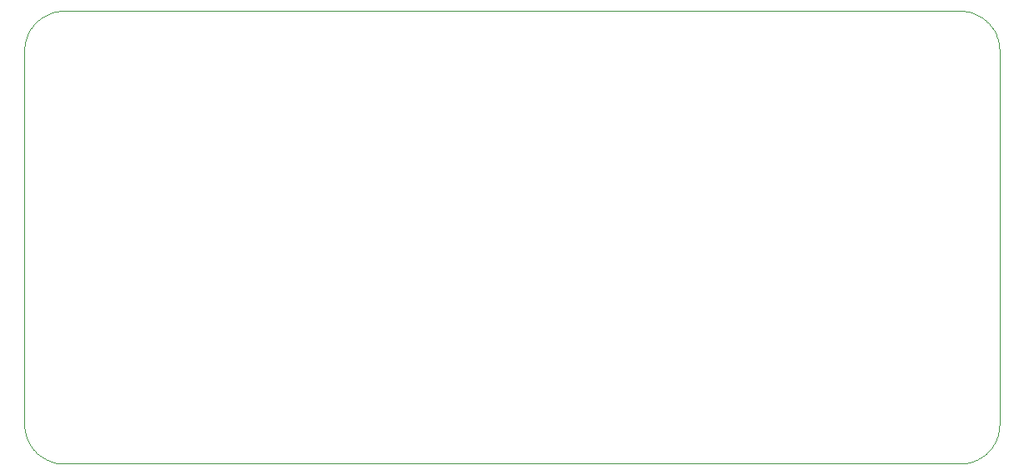
<source format=gko>
G75*
%MOIN*%
%OFA0B0*%
%FSLAX25Y25*%
%IPPOS*%
%LPD*%
%AMOC8*
5,1,8,0,0,1.08239X$1,22.5*
%
%ADD10C,0.00000*%
D10*
X0032345Y0001500D02*
X0390613Y0001500D01*
X0390994Y0001505D01*
X0391374Y0001518D01*
X0391754Y0001541D01*
X0392133Y0001574D01*
X0392511Y0001615D01*
X0392888Y0001665D01*
X0393264Y0001725D01*
X0393639Y0001793D01*
X0394011Y0001871D01*
X0394382Y0001958D01*
X0394750Y0002053D01*
X0395116Y0002158D01*
X0395479Y0002271D01*
X0395840Y0002393D01*
X0396197Y0002523D01*
X0396551Y0002663D01*
X0396902Y0002810D01*
X0397249Y0002967D01*
X0397592Y0003131D01*
X0397931Y0003304D01*
X0398266Y0003485D01*
X0398597Y0003674D01*
X0398922Y0003871D01*
X0399243Y0004075D01*
X0399559Y0004288D01*
X0399869Y0004508D01*
X0400175Y0004735D01*
X0400474Y0004970D01*
X0400768Y0005212D01*
X0401056Y0005460D01*
X0401338Y0005716D01*
X0401613Y0005979D01*
X0401882Y0006248D01*
X0402145Y0006523D01*
X0402401Y0006805D01*
X0402649Y0007093D01*
X0402891Y0007387D01*
X0403126Y0007686D01*
X0403353Y0007992D01*
X0403573Y0008302D01*
X0403786Y0008618D01*
X0403990Y0008939D01*
X0404187Y0009264D01*
X0404376Y0009595D01*
X0404557Y0009930D01*
X0404730Y0010269D01*
X0404894Y0010612D01*
X0405051Y0010959D01*
X0405198Y0011310D01*
X0405338Y0011664D01*
X0405468Y0012021D01*
X0405590Y0012382D01*
X0405703Y0012745D01*
X0405808Y0013111D01*
X0405903Y0013479D01*
X0405990Y0013850D01*
X0406068Y0014222D01*
X0406136Y0014597D01*
X0406196Y0014973D01*
X0406246Y0015350D01*
X0406287Y0015728D01*
X0406320Y0016107D01*
X0406343Y0016487D01*
X0406356Y0016867D01*
X0406361Y0017248D01*
X0406361Y0166854D01*
X0406356Y0167235D01*
X0406343Y0167615D01*
X0406320Y0167995D01*
X0406287Y0168374D01*
X0406246Y0168752D01*
X0406196Y0169129D01*
X0406136Y0169505D01*
X0406068Y0169880D01*
X0405990Y0170252D01*
X0405903Y0170623D01*
X0405808Y0170991D01*
X0405703Y0171357D01*
X0405590Y0171720D01*
X0405468Y0172081D01*
X0405338Y0172438D01*
X0405198Y0172792D01*
X0405051Y0173143D01*
X0404894Y0173490D01*
X0404730Y0173833D01*
X0404557Y0174172D01*
X0404376Y0174507D01*
X0404187Y0174838D01*
X0403990Y0175163D01*
X0403786Y0175484D01*
X0403573Y0175800D01*
X0403353Y0176110D01*
X0403126Y0176416D01*
X0402891Y0176715D01*
X0402649Y0177009D01*
X0402401Y0177297D01*
X0402145Y0177579D01*
X0401882Y0177854D01*
X0401613Y0178123D01*
X0401338Y0178386D01*
X0401056Y0178642D01*
X0400768Y0178890D01*
X0400474Y0179132D01*
X0400175Y0179367D01*
X0399869Y0179594D01*
X0399559Y0179814D01*
X0399243Y0180027D01*
X0398922Y0180231D01*
X0398597Y0180428D01*
X0398266Y0180617D01*
X0397931Y0180798D01*
X0397592Y0180971D01*
X0397249Y0181135D01*
X0396902Y0181292D01*
X0396551Y0181439D01*
X0396197Y0181579D01*
X0395840Y0181709D01*
X0395479Y0181831D01*
X0395116Y0181944D01*
X0394750Y0182049D01*
X0394382Y0182144D01*
X0394011Y0182231D01*
X0393639Y0182309D01*
X0393264Y0182377D01*
X0392888Y0182437D01*
X0392511Y0182487D01*
X0392133Y0182528D01*
X0391754Y0182561D01*
X0391374Y0182584D01*
X0390994Y0182597D01*
X0390613Y0182602D01*
X0032345Y0182602D01*
X0031964Y0182597D01*
X0031584Y0182584D01*
X0031204Y0182561D01*
X0030825Y0182528D01*
X0030447Y0182487D01*
X0030070Y0182437D01*
X0029694Y0182377D01*
X0029319Y0182309D01*
X0028947Y0182231D01*
X0028576Y0182144D01*
X0028208Y0182049D01*
X0027842Y0181944D01*
X0027479Y0181831D01*
X0027118Y0181709D01*
X0026761Y0181579D01*
X0026407Y0181439D01*
X0026056Y0181292D01*
X0025709Y0181135D01*
X0025366Y0180971D01*
X0025027Y0180798D01*
X0024692Y0180617D01*
X0024361Y0180428D01*
X0024036Y0180231D01*
X0023715Y0180027D01*
X0023399Y0179814D01*
X0023089Y0179594D01*
X0022783Y0179367D01*
X0022484Y0179132D01*
X0022190Y0178890D01*
X0021902Y0178642D01*
X0021620Y0178386D01*
X0021345Y0178123D01*
X0021076Y0177854D01*
X0020813Y0177579D01*
X0020557Y0177297D01*
X0020309Y0177009D01*
X0020067Y0176715D01*
X0019832Y0176416D01*
X0019605Y0176110D01*
X0019385Y0175800D01*
X0019172Y0175484D01*
X0018968Y0175163D01*
X0018771Y0174838D01*
X0018582Y0174507D01*
X0018401Y0174172D01*
X0018228Y0173833D01*
X0018064Y0173490D01*
X0017907Y0173143D01*
X0017760Y0172792D01*
X0017620Y0172438D01*
X0017490Y0172081D01*
X0017368Y0171720D01*
X0017255Y0171357D01*
X0017150Y0170991D01*
X0017055Y0170623D01*
X0016968Y0170252D01*
X0016890Y0169880D01*
X0016822Y0169505D01*
X0016762Y0169129D01*
X0016712Y0168752D01*
X0016671Y0168374D01*
X0016638Y0167995D01*
X0016615Y0167615D01*
X0016602Y0167235D01*
X0016597Y0166854D01*
X0016597Y0017248D01*
X0016602Y0016867D01*
X0016615Y0016487D01*
X0016638Y0016107D01*
X0016671Y0015728D01*
X0016712Y0015350D01*
X0016762Y0014973D01*
X0016822Y0014597D01*
X0016890Y0014222D01*
X0016968Y0013850D01*
X0017055Y0013479D01*
X0017150Y0013111D01*
X0017255Y0012745D01*
X0017368Y0012382D01*
X0017490Y0012021D01*
X0017620Y0011664D01*
X0017760Y0011310D01*
X0017907Y0010959D01*
X0018064Y0010612D01*
X0018228Y0010269D01*
X0018401Y0009930D01*
X0018582Y0009595D01*
X0018771Y0009264D01*
X0018968Y0008939D01*
X0019172Y0008618D01*
X0019385Y0008302D01*
X0019605Y0007992D01*
X0019832Y0007686D01*
X0020067Y0007387D01*
X0020309Y0007093D01*
X0020557Y0006805D01*
X0020813Y0006523D01*
X0021076Y0006248D01*
X0021345Y0005979D01*
X0021620Y0005716D01*
X0021902Y0005460D01*
X0022190Y0005212D01*
X0022484Y0004970D01*
X0022783Y0004735D01*
X0023089Y0004508D01*
X0023399Y0004288D01*
X0023715Y0004075D01*
X0024036Y0003871D01*
X0024361Y0003674D01*
X0024692Y0003485D01*
X0025027Y0003304D01*
X0025366Y0003131D01*
X0025709Y0002967D01*
X0026056Y0002810D01*
X0026407Y0002663D01*
X0026761Y0002523D01*
X0027118Y0002393D01*
X0027479Y0002271D01*
X0027842Y0002158D01*
X0028208Y0002053D01*
X0028576Y0001958D01*
X0028947Y0001871D01*
X0029319Y0001793D01*
X0029694Y0001725D01*
X0030070Y0001665D01*
X0030447Y0001615D01*
X0030825Y0001574D01*
X0031204Y0001541D01*
X0031584Y0001518D01*
X0031964Y0001505D01*
X0032345Y0001500D01*
M02*

</source>
